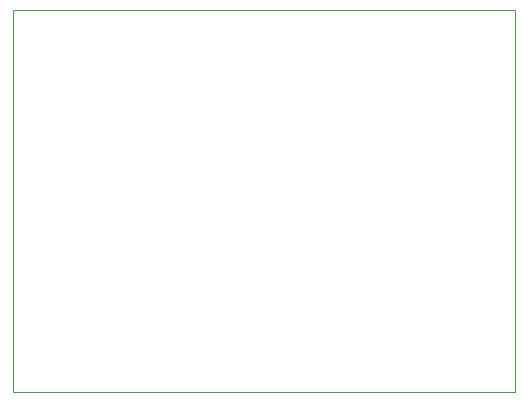
<source format=gbr>
%TF.GenerationSoftware,KiCad,Pcbnew,(6.0.5-0)*%
%TF.CreationDate,2022-07-12T00:15:49+05:30*%
%TF.ProjectId,STM32F103C8T6,53544d33-3246-4313-9033-433854362e6b,rev?*%
%TF.SameCoordinates,Original*%
%TF.FileFunction,Profile,NP*%
%FSLAX46Y46*%
G04 Gerber Fmt 4.6, Leading zero omitted, Abs format (unit mm)*
G04 Created by KiCad (PCBNEW (6.0.5-0)) date 2022-07-12 00:15:49*
%MOMM*%
%LPD*%
G01*
G04 APERTURE LIST*
%TA.AperFunction,Profile*%
%ADD10C,0.100000*%
%TD*%
G04 APERTURE END LIST*
D10*
X111980000Y-110870000D02*
X154480000Y-110870000D01*
X154480000Y-110870000D02*
X154480000Y-143210000D01*
X154480000Y-143210000D02*
X111980000Y-143210000D01*
X111980000Y-143210000D02*
X111980000Y-110870000D01*
M02*

</source>
